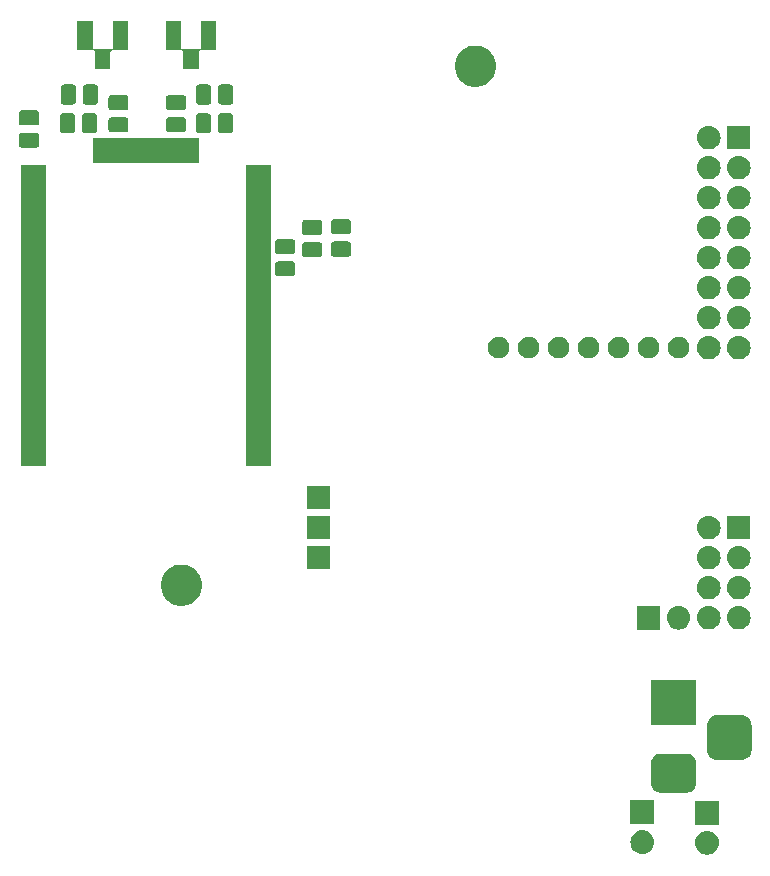
<source format=gbr>
G04 #@! TF.GenerationSoftware,KiCad,Pcbnew,5.0.2+dfsg1-1~bpo9+1*
G04 #@! TF.CreationDate,2019-07-09T17:18:54+02:00*
G04 #@! TF.ProjectId,sensoricnet_shield,73656e73-6f72-4696-936e-65745f736869,1.0*
G04 #@! TF.SameCoordinates,Original*
G04 #@! TF.FileFunction,Soldermask,Top*
G04 #@! TF.FilePolarity,Negative*
%FSLAX46Y46*%
G04 Gerber Fmt 4.6, Leading zero omitted, Abs format (unit mm)*
G04 Created by KiCad (PCBNEW 5.0.2+dfsg1-1~bpo9+1) date Tue 09 Jul 2019 05:18:54 PM CEST*
%MOMM*%
%LPD*%
G01*
G04 APERTURE LIST*
%ADD10C,0.100000*%
G04 APERTURE END LIST*
D10*
G36*
X191173550Y-123179829D02*
X191173553Y-123179830D01*
X191173554Y-123179830D01*
X191362055Y-123237011D01*
X191362057Y-123237012D01*
X191535780Y-123329869D01*
X191688048Y-123454832D01*
X191813011Y-123607100D01*
X191905868Y-123780823D01*
X191963051Y-123969330D01*
X191982358Y-124165360D01*
X191963051Y-124361390D01*
X191905868Y-124549897D01*
X191813011Y-124723620D01*
X191688048Y-124875888D01*
X191535780Y-125000851D01*
X191535778Y-125000852D01*
X191362055Y-125093709D01*
X191173554Y-125150890D01*
X191173553Y-125150890D01*
X191173550Y-125150891D01*
X191026644Y-125165360D01*
X190928396Y-125165360D01*
X190781490Y-125150891D01*
X190781487Y-125150890D01*
X190781486Y-125150890D01*
X190592985Y-125093709D01*
X190419262Y-125000852D01*
X190419260Y-125000851D01*
X190266992Y-124875888D01*
X190142029Y-124723620D01*
X190049172Y-124549897D01*
X189991989Y-124361390D01*
X189972682Y-124165360D01*
X189991989Y-123969330D01*
X190049172Y-123780823D01*
X190142029Y-123607100D01*
X190266992Y-123454832D01*
X190419260Y-123329869D01*
X190592983Y-123237012D01*
X190592985Y-123237011D01*
X190781486Y-123179830D01*
X190781487Y-123179830D01*
X190781490Y-123179829D01*
X190928396Y-123165360D01*
X191026644Y-123165360D01*
X191173550Y-123179829D01*
X191173550Y-123179829D01*
G37*
G36*
X185687150Y-123129029D02*
X185687153Y-123129030D01*
X185687154Y-123129030D01*
X185875655Y-123186211D01*
X185875657Y-123186212D01*
X186049380Y-123279069D01*
X186201648Y-123404032D01*
X186326611Y-123556300D01*
X186419468Y-123730023D01*
X186476651Y-123918530D01*
X186495958Y-124114560D01*
X186476651Y-124310590D01*
X186419468Y-124499097D01*
X186326611Y-124672820D01*
X186201648Y-124825088D01*
X186049380Y-124950051D01*
X186049378Y-124950052D01*
X185875655Y-125042909D01*
X185687154Y-125100090D01*
X185687153Y-125100090D01*
X185687150Y-125100091D01*
X185540244Y-125114560D01*
X185441996Y-125114560D01*
X185295090Y-125100091D01*
X185295087Y-125100090D01*
X185295086Y-125100090D01*
X185106585Y-125042909D01*
X184932862Y-124950052D01*
X184932860Y-124950051D01*
X184780592Y-124825088D01*
X184655629Y-124672820D01*
X184562772Y-124499097D01*
X184505589Y-124310590D01*
X184486282Y-124114560D01*
X184505589Y-123918530D01*
X184562772Y-123730023D01*
X184655629Y-123556300D01*
X184780592Y-123404032D01*
X184932860Y-123279069D01*
X185106583Y-123186212D01*
X185106585Y-123186211D01*
X185295086Y-123129030D01*
X185295087Y-123129030D01*
X185295090Y-123129029D01*
X185441996Y-123114560D01*
X185540244Y-123114560D01*
X185687150Y-123129029D01*
X185687150Y-123129029D01*
G37*
G36*
X191977520Y-122625360D02*
X189977520Y-122625360D01*
X189977520Y-120625360D01*
X191977520Y-120625360D01*
X191977520Y-122625360D01*
X191977520Y-122625360D01*
G37*
G36*
X186491120Y-122574560D02*
X184491120Y-122574560D01*
X184491120Y-120574560D01*
X186491120Y-120574560D01*
X186491120Y-122574560D01*
X186491120Y-122574560D01*
G37*
G36*
X189443255Y-116640604D02*
X189586187Y-116683962D01*
X189717908Y-116754368D01*
X189833361Y-116849119D01*
X189928112Y-116964572D01*
X189998518Y-117096293D01*
X190041876Y-117239225D01*
X190057120Y-117394000D01*
X190057120Y-119156720D01*
X190041876Y-119311495D01*
X189998518Y-119454427D01*
X189928112Y-119586148D01*
X189833361Y-119701601D01*
X189717908Y-119796352D01*
X189586187Y-119866758D01*
X189443255Y-119910116D01*
X189288480Y-119925360D01*
X187025760Y-119925360D01*
X186870985Y-119910116D01*
X186728053Y-119866758D01*
X186596332Y-119796352D01*
X186480879Y-119701601D01*
X186386128Y-119586148D01*
X186315722Y-119454427D01*
X186272364Y-119311495D01*
X186257120Y-119156720D01*
X186257120Y-117394000D01*
X186272364Y-117239225D01*
X186315722Y-117096293D01*
X186386128Y-116964572D01*
X186480879Y-116849119D01*
X186596332Y-116754368D01*
X186728053Y-116683962D01*
X186870985Y-116640604D01*
X187025760Y-116625360D01*
X189288480Y-116625360D01*
X189443255Y-116640604D01*
X189443255Y-116640604D01*
G37*
G36*
X194042641Y-113393006D02*
X194209022Y-113443477D01*
X194362355Y-113525435D01*
X194496750Y-113635730D01*
X194607045Y-113770125D01*
X194689003Y-113923458D01*
X194739474Y-114089839D01*
X194757120Y-114269000D01*
X194757120Y-116281720D01*
X194739474Y-116460881D01*
X194689003Y-116627262D01*
X194607045Y-116780595D01*
X194496750Y-116914990D01*
X194362355Y-117025285D01*
X194209022Y-117107243D01*
X194042641Y-117157714D01*
X193863480Y-117175360D01*
X191850760Y-117175360D01*
X191671599Y-117157714D01*
X191505218Y-117107243D01*
X191351885Y-117025285D01*
X191217490Y-116914990D01*
X191107195Y-116780595D01*
X191025237Y-116627262D01*
X190974766Y-116460881D01*
X190957120Y-116281720D01*
X190957120Y-114269000D01*
X190974766Y-114089839D01*
X191025237Y-113923458D01*
X191107195Y-113770125D01*
X191217490Y-113635730D01*
X191351885Y-113525435D01*
X191505218Y-113443477D01*
X191671599Y-113393006D01*
X191850760Y-113375360D01*
X193863480Y-113375360D01*
X194042641Y-113393006D01*
X194042641Y-113393006D01*
G37*
G36*
X190057120Y-114175360D02*
X186257120Y-114175360D01*
X186257120Y-110375360D01*
X190057120Y-110375360D01*
X190057120Y-114175360D01*
X190057120Y-114175360D01*
G37*
G36*
X187024520Y-106115360D02*
X185024520Y-106115360D01*
X185024520Y-104115360D01*
X187024520Y-104115360D01*
X187024520Y-106115360D01*
X187024520Y-106115360D01*
G37*
G36*
X188760550Y-104129829D02*
X188760553Y-104129830D01*
X188760554Y-104129830D01*
X188949055Y-104187011D01*
X188949057Y-104187012D01*
X189122780Y-104279869D01*
X189275048Y-104404832D01*
X189400011Y-104557100D01*
X189400012Y-104557102D01*
X189492869Y-104730825D01*
X189550050Y-104919326D01*
X189550051Y-104919330D01*
X189569358Y-105115360D01*
X189550051Y-105311390D01*
X189492868Y-105499897D01*
X189400011Y-105673620D01*
X189275048Y-105825888D01*
X189122780Y-105950851D01*
X189122778Y-105950852D01*
X188949055Y-106043709D01*
X188760554Y-106100890D01*
X188760553Y-106100890D01*
X188760550Y-106100891D01*
X188613644Y-106115360D01*
X188515396Y-106115360D01*
X188368490Y-106100891D01*
X188368487Y-106100890D01*
X188368486Y-106100890D01*
X188179985Y-106043709D01*
X188006262Y-105950852D01*
X188006260Y-105950851D01*
X187853992Y-105825888D01*
X187729029Y-105673620D01*
X187636172Y-105499897D01*
X187578989Y-105311390D01*
X187559682Y-105115360D01*
X187578989Y-104919330D01*
X187578990Y-104919326D01*
X187636171Y-104730825D01*
X187729028Y-104557102D01*
X187729029Y-104557100D01*
X187853992Y-104404832D01*
X188006260Y-104279869D01*
X188179983Y-104187012D01*
X188179985Y-104187011D01*
X188368486Y-104129830D01*
X188368487Y-104129830D01*
X188368490Y-104129829D01*
X188515396Y-104115360D01*
X188613644Y-104115360D01*
X188760550Y-104129829D01*
X188760550Y-104129829D01*
G37*
G36*
X191313250Y-104117129D02*
X191313253Y-104117130D01*
X191313254Y-104117130D01*
X191501755Y-104174311D01*
X191501757Y-104174312D01*
X191675480Y-104267169D01*
X191827748Y-104392132D01*
X191952711Y-104544400D01*
X192045568Y-104718123D01*
X192102751Y-104906630D01*
X192122058Y-105102660D01*
X192102751Y-105298690D01*
X192102750Y-105298693D01*
X192102750Y-105298694D01*
X192098898Y-105311394D01*
X192045568Y-105487197D01*
X191952711Y-105660920D01*
X191827748Y-105813188D01*
X191675480Y-105938151D01*
X191675478Y-105938152D01*
X191501755Y-106031009D01*
X191313254Y-106088190D01*
X191313253Y-106088190D01*
X191313250Y-106088191D01*
X191166344Y-106102660D01*
X191068096Y-106102660D01*
X190921190Y-106088191D01*
X190921187Y-106088190D01*
X190921186Y-106088190D01*
X190732685Y-106031009D01*
X190558962Y-105938152D01*
X190558960Y-105938151D01*
X190406692Y-105813188D01*
X190281729Y-105660920D01*
X190188872Y-105487197D01*
X190135543Y-105311394D01*
X190131690Y-105298694D01*
X190131690Y-105298693D01*
X190131689Y-105298690D01*
X190112382Y-105102660D01*
X190131689Y-104906630D01*
X190188872Y-104718123D01*
X190281729Y-104544400D01*
X190406692Y-104392132D01*
X190558960Y-104267169D01*
X190732683Y-104174312D01*
X190732685Y-104174311D01*
X190921186Y-104117130D01*
X190921187Y-104117130D01*
X190921190Y-104117129D01*
X191068096Y-104102660D01*
X191166344Y-104102660D01*
X191313250Y-104117129D01*
X191313250Y-104117129D01*
G37*
G36*
X193853250Y-104117129D02*
X193853253Y-104117130D01*
X193853254Y-104117130D01*
X194041755Y-104174311D01*
X194041757Y-104174312D01*
X194215480Y-104267169D01*
X194367748Y-104392132D01*
X194492711Y-104544400D01*
X194585568Y-104718123D01*
X194642751Y-104906630D01*
X194662058Y-105102660D01*
X194642751Y-105298690D01*
X194642750Y-105298693D01*
X194642750Y-105298694D01*
X194638898Y-105311394D01*
X194585568Y-105487197D01*
X194492711Y-105660920D01*
X194367748Y-105813188D01*
X194215480Y-105938151D01*
X194215478Y-105938152D01*
X194041755Y-106031009D01*
X193853254Y-106088190D01*
X193853253Y-106088190D01*
X193853250Y-106088191D01*
X193706344Y-106102660D01*
X193608096Y-106102660D01*
X193461190Y-106088191D01*
X193461187Y-106088190D01*
X193461186Y-106088190D01*
X193272685Y-106031009D01*
X193098962Y-105938152D01*
X193098960Y-105938151D01*
X192946692Y-105813188D01*
X192821729Y-105660920D01*
X192728872Y-105487197D01*
X192675543Y-105311394D01*
X192671690Y-105298694D01*
X192671690Y-105298693D01*
X192671689Y-105298690D01*
X192652382Y-105102660D01*
X192671689Y-104906630D01*
X192728872Y-104718123D01*
X192821729Y-104544400D01*
X192946692Y-104392132D01*
X193098960Y-104267169D01*
X193272683Y-104174312D01*
X193272685Y-104174311D01*
X193461186Y-104117130D01*
X193461187Y-104117130D01*
X193461190Y-104117129D01*
X193608096Y-104102660D01*
X193706344Y-104102660D01*
X193853250Y-104117129D01*
X193853250Y-104117129D01*
G37*
G36*
X146987176Y-100689411D02*
X147305656Y-100821330D01*
X147592280Y-101012846D01*
X147836034Y-101256600D01*
X148027550Y-101543224D01*
X148159469Y-101861704D01*
X148226720Y-102199800D01*
X148226720Y-102544520D01*
X148159469Y-102882616D01*
X148027550Y-103201096D01*
X147836034Y-103487720D01*
X147592280Y-103731474D01*
X147305656Y-103922990D01*
X146987176Y-104054909D01*
X146649080Y-104122160D01*
X146304360Y-104122160D01*
X145966264Y-104054909D01*
X145647784Y-103922990D01*
X145361160Y-103731474D01*
X145117406Y-103487720D01*
X144925890Y-103201096D01*
X144793971Y-102882616D01*
X144726720Y-102544520D01*
X144726720Y-102199800D01*
X144793971Y-101861704D01*
X144925890Y-101543224D01*
X145117406Y-101256600D01*
X145361160Y-101012846D01*
X145647784Y-100821330D01*
X145966264Y-100689411D01*
X146304360Y-100622160D01*
X146649080Y-100622160D01*
X146987176Y-100689411D01*
X146987176Y-100689411D01*
G37*
G36*
X191313250Y-101577129D02*
X191313253Y-101577130D01*
X191313254Y-101577130D01*
X191501755Y-101634311D01*
X191501757Y-101634312D01*
X191675480Y-101727169D01*
X191827748Y-101852132D01*
X191952711Y-102004400D01*
X192045568Y-102178123D01*
X192102751Y-102366630D01*
X192122058Y-102562660D01*
X192102751Y-102758690D01*
X192102750Y-102758693D01*
X192102750Y-102758694D01*
X192065159Y-102882616D01*
X192045568Y-102947197D01*
X191952711Y-103120920D01*
X191827748Y-103273188D01*
X191675480Y-103398151D01*
X191675478Y-103398152D01*
X191501755Y-103491009D01*
X191313254Y-103548190D01*
X191313253Y-103548190D01*
X191313250Y-103548191D01*
X191166344Y-103562660D01*
X191068096Y-103562660D01*
X190921190Y-103548191D01*
X190921187Y-103548190D01*
X190921186Y-103548190D01*
X190732685Y-103491009D01*
X190558962Y-103398152D01*
X190558960Y-103398151D01*
X190406692Y-103273188D01*
X190281729Y-103120920D01*
X190188872Y-102947197D01*
X190169282Y-102882616D01*
X190131690Y-102758694D01*
X190131690Y-102758693D01*
X190131689Y-102758690D01*
X190112382Y-102562660D01*
X190131689Y-102366630D01*
X190188872Y-102178123D01*
X190281729Y-102004400D01*
X190406692Y-101852132D01*
X190558960Y-101727169D01*
X190732683Y-101634312D01*
X190732685Y-101634311D01*
X190921186Y-101577130D01*
X190921187Y-101577130D01*
X190921190Y-101577129D01*
X191068096Y-101562660D01*
X191166344Y-101562660D01*
X191313250Y-101577129D01*
X191313250Y-101577129D01*
G37*
G36*
X193853250Y-101577129D02*
X193853253Y-101577130D01*
X193853254Y-101577130D01*
X194041755Y-101634311D01*
X194041757Y-101634312D01*
X194215480Y-101727169D01*
X194367748Y-101852132D01*
X194492711Y-102004400D01*
X194585568Y-102178123D01*
X194642751Y-102366630D01*
X194662058Y-102562660D01*
X194642751Y-102758690D01*
X194642750Y-102758693D01*
X194642750Y-102758694D01*
X194605159Y-102882616D01*
X194585568Y-102947197D01*
X194492711Y-103120920D01*
X194367748Y-103273188D01*
X194215480Y-103398151D01*
X194215478Y-103398152D01*
X194041755Y-103491009D01*
X193853254Y-103548190D01*
X193853253Y-103548190D01*
X193853250Y-103548191D01*
X193706344Y-103562660D01*
X193608096Y-103562660D01*
X193461190Y-103548191D01*
X193461187Y-103548190D01*
X193461186Y-103548190D01*
X193272685Y-103491009D01*
X193098962Y-103398152D01*
X193098960Y-103398151D01*
X192946692Y-103273188D01*
X192821729Y-103120920D01*
X192728872Y-102947197D01*
X192709282Y-102882616D01*
X192671690Y-102758694D01*
X192671690Y-102758693D01*
X192671689Y-102758690D01*
X192652382Y-102562660D01*
X192671689Y-102366630D01*
X192728872Y-102178123D01*
X192821729Y-102004400D01*
X192946692Y-101852132D01*
X193098960Y-101727169D01*
X193272683Y-101634312D01*
X193272685Y-101634311D01*
X193461186Y-101577130D01*
X193461187Y-101577130D01*
X193461190Y-101577129D01*
X193608096Y-101562660D01*
X193706344Y-101562660D01*
X193853250Y-101577129D01*
X193853250Y-101577129D01*
G37*
G36*
X193853250Y-99037129D02*
X193853253Y-99037130D01*
X193853254Y-99037130D01*
X194041755Y-99094311D01*
X194041757Y-99094312D01*
X194215480Y-99187169D01*
X194367748Y-99312132D01*
X194492711Y-99464400D01*
X194585568Y-99638123D01*
X194642751Y-99826630D01*
X194662058Y-100022660D01*
X194642751Y-100218690D01*
X194585568Y-100407197D01*
X194492711Y-100580920D01*
X194367748Y-100733188D01*
X194215480Y-100858151D01*
X194215478Y-100858152D01*
X194041755Y-100951009D01*
X193853254Y-101008190D01*
X193853253Y-101008190D01*
X193853250Y-101008191D01*
X193706344Y-101022660D01*
X193608096Y-101022660D01*
X193461190Y-101008191D01*
X193461187Y-101008190D01*
X193461186Y-101008190D01*
X193272685Y-100951009D01*
X193098962Y-100858152D01*
X193098960Y-100858151D01*
X192946692Y-100733188D01*
X192821729Y-100580920D01*
X192728872Y-100407197D01*
X192671689Y-100218690D01*
X192652382Y-100022660D01*
X192671689Y-99826630D01*
X192728872Y-99638123D01*
X192821729Y-99464400D01*
X192946692Y-99312132D01*
X193098960Y-99187169D01*
X193272683Y-99094312D01*
X193272685Y-99094311D01*
X193461186Y-99037130D01*
X193461187Y-99037130D01*
X193461190Y-99037129D01*
X193608096Y-99022660D01*
X193706344Y-99022660D01*
X193853250Y-99037129D01*
X193853250Y-99037129D01*
G37*
G36*
X191313250Y-99037129D02*
X191313253Y-99037130D01*
X191313254Y-99037130D01*
X191501755Y-99094311D01*
X191501757Y-99094312D01*
X191675480Y-99187169D01*
X191827748Y-99312132D01*
X191952711Y-99464400D01*
X192045568Y-99638123D01*
X192102751Y-99826630D01*
X192122058Y-100022660D01*
X192102751Y-100218690D01*
X192045568Y-100407197D01*
X191952711Y-100580920D01*
X191827748Y-100733188D01*
X191675480Y-100858151D01*
X191675478Y-100858152D01*
X191501755Y-100951009D01*
X191313254Y-101008190D01*
X191313253Y-101008190D01*
X191313250Y-101008191D01*
X191166344Y-101022660D01*
X191068096Y-101022660D01*
X190921190Y-101008191D01*
X190921187Y-101008190D01*
X190921186Y-101008190D01*
X190732685Y-100951009D01*
X190558962Y-100858152D01*
X190558960Y-100858151D01*
X190406692Y-100733188D01*
X190281729Y-100580920D01*
X190188872Y-100407197D01*
X190131689Y-100218690D01*
X190112382Y-100022660D01*
X190131689Y-99826630D01*
X190188872Y-99638123D01*
X190281729Y-99464400D01*
X190406692Y-99312132D01*
X190558960Y-99187169D01*
X190732683Y-99094312D01*
X190732685Y-99094311D01*
X190921186Y-99037130D01*
X190921187Y-99037130D01*
X190921190Y-99037129D01*
X191068096Y-99022660D01*
X191166344Y-99022660D01*
X191313250Y-99037129D01*
X191313250Y-99037129D01*
G37*
G36*
X159084520Y-101009960D02*
X157084520Y-101009960D01*
X157084520Y-99009960D01*
X159084520Y-99009960D01*
X159084520Y-101009960D01*
X159084520Y-101009960D01*
G37*
G36*
X194657220Y-98482660D02*
X192657220Y-98482660D01*
X192657220Y-96482660D01*
X194657220Y-96482660D01*
X194657220Y-98482660D01*
X194657220Y-98482660D01*
G37*
G36*
X191313250Y-96497129D02*
X191313253Y-96497130D01*
X191313254Y-96497130D01*
X191501755Y-96554311D01*
X191501757Y-96554312D01*
X191675480Y-96647169D01*
X191827748Y-96772132D01*
X191952711Y-96924400D01*
X192045568Y-97098123D01*
X192102751Y-97286630D01*
X192122058Y-97482660D01*
X192102751Y-97678690D01*
X192045568Y-97867197D01*
X191952711Y-98040920D01*
X191827748Y-98193188D01*
X191675480Y-98318151D01*
X191675478Y-98318152D01*
X191501755Y-98411009D01*
X191313254Y-98468190D01*
X191313253Y-98468190D01*
X191313250Y-98468191D01*
X191166344Y-98482660D01*
X191068096Y-98482660D01*
X190921190Y-98468191D01*
X190921187Y-98468190D01*
X190921186Y-98468190D01*
X190732685Y-98411009D01*
X190558962Y-98318152D01*
X190558960Y-98318151D01*
X190406692Y-98193188D01*
X190281729Y-98040920D01*
X190188872Y-97867197D01*
X190131689Y-97678690D01*
X190112382Y-97482660D01*
X190131689Y-97286630D01*
X190188872Y-97098123D01*
X190281729Y-96924400D01*
X190406692Y-96772132D01*
X190558960Y-96647169D01*
X190732683Y-96554312D01*
X190732685Y-96554311D01*
X190921186Y-96497130D01*
X190921187Y-96497130D01*
X190921190Y-96497129D01*
X191068096Y-96482660D01*
X191166344Y-96482660D01*
X191313250Y-96497129D01*
X191313250Y-96497129D01*
G37*
G36*
X159084520Y-98469960D02*
X157084520Y-98469960D01*
X157084520Y-96469960D01*
X159084520Y-96469960D01*
X159084520Y-98469960D01*
X159084520Y-98469960D01*
G37*
G36*
X159097220Y-95942660D02*
X157097220Y-95942660D01*
X157097220Y-93942660D01*
X159097220Y-93942660D01*
X159097220Y-95942660D01*
X159097220Y-95942660D01*
G37*
G36*
X135004520Y-92252560D02*
X132904520Y-92252560D01*
X132904520Y-66822560D01*
X135004520Y-66822560D01*
X135004520Y-92252560D01*
X135004520Y-92252560D01*
G37*
G36*
X154054520Y-92252560D02*
X151954520Y-92252560D01*
X151954520Y-66822560D01*
X154054520Y-66822560D01*
X154054520Y-92252560D01*
X154054520Y-92252560D01*
G37*
G36*
X193853250Y-81257129D02*
X193853253Y-81257130D01*
X193853254Y-81257130D01*
X194041755Y-81314311D01*
X194041757Y-81314312D01*
X194215480Y-81407169D01*
X194367748Y-81532132D01*
X194492711Y-81684400D01*
X194492712Y-81684402D01*
X194585569Y-81858125D01*
X194642750Y-82046626D01*
X194642751Y-82046630D01*
X194662058Y-82242660D01*
X194642751Y-82438690D01*
X194642750Y-82438693D01*
X194642750Y-82438694D01*
X194621520Y-82508681D01*
X194585568Y-82627197D01*
X194492711Y-82800920D01*
X194367748Y-82953188D01*
X194215480Y-83078151D01*
X194215478Y-83078152D01*
X194041755Y-83171009D01*
X193853254Y-83228190D01*
X193853253Y-83228190D01*
X193853250Y-83228191D01*
X193706344Y-83242660D01*
X193608096Y-83242660D01*
X193461190Y-83228191D01*
X193461187Y-83228190D01*
X193461186Y-83228190D01*
X193272685Y-83171009D01*
X193098962Y-83078152D01*
X193098960Y-83078151D01*
X192946692Y-82953188D01*
X192821729Y-82800920D01*
X192728872Y-82627197D01*
X192692921Y-82508681D01*
X192671690Y-82438694D01*
X192671690Y-82438693D01*
X192671689Y-82438690D01*
X192652382Y-82242660D01*
X192671689Y-82046630D01*
X192671690Y-82046626D01*
X192728871Y-81858125D01*
X192821728Y-81684402D01*
X192821729Y-81684400D01*
X192946692Y-81532132D01*
X193098960Y-81407169D01*
X193272683Y-81314312D01*
X193272685Y-81314311D01*
X193461186Y-81257130D01*
X193461187Y-81257130D01*
X193461190Y-81257129D01*
X193608096Y-81242660D01*
X193706344Y-81242660D01*
X193853250Y-81257129D01*
X193853250Y-81257129D01*
G37*
G36*
X191313250Y-81257129D02*
X191313253Y-81257130D01*
X191313254Y-81257130D01*
X191501755Y-81314311D01*
X191501757Y-81314312D01*
X191675480Y-81407169D01*
X191827748Y-81532132D01*
X191952711Y-81684400D01*
X191952712Y-81684402D01*
X192045569Y-81858125D01*
X192102750Y-82046626D01*
X192102751Y-82046630D01*
X192122058Y-82242660D01*
X192102751Y-82438690D01*
X192102750Y-82438693D01*
X192102750Y-82438694D01*
X192081520Y-82508681D01*
X192045568Y-82627197D01*
X191952711Y-82800920D01*
X191827748Y-82953188D01*
X191675480Y-83078151D01*
X191675478Y-83078152D01*
X191501755Y-83171009D01*
X191313254Y-83228190D01*
X191313253Y-83228190D01*
X191313250Y-83228191D01*
X191166344Y-83242660D01*
X191068096Y-83242660D01*
X190921190Y-83228191D01*
X190921187Y-83228190D01*
X190921186Y-83228190D01*
X190732685Y-83171009D01*
X190558962Y-83078152D01*
X190558960Y-83078151D01*
X190406692Y-82953188D01*
X190281729Y-82800920D01*
X190188872Y-82627197D01*
X190152921Y-82508681D01*
X190131690Y-82438694D01*
X190131690Y-82438693D01*
X190131689Y-82438690D01*
X190112382Y-82242660D01*
X190131689Y-82046630D01*
X190131690Y-82046626D01*
X190188871Y-81858125D01*
X190281728Y-81684402D01*
X190281729Y-81684400D01*
X190406692Y-81532132D01*
X190558960Y-81407169D01*
X190732683Y-81314312D01*
X190732685Y-81314311D01*
X190921186Y-81257130D01*
X190921187Y-81257130D01*
X190921190Y-81257129D01*
X191068096Y-81242660D01*
X191166344Y-81242660D01*
X191313250Y-81257129D01*
X191313250Y-81257129D01*
G37*
G36*
X188843241Y-81365707D02*
X189009213Y-81434455D01*
X189158589Y-81534265D01*
X189285615Y-81661291D01*
X189385425Y-81810667D01*
X189454173Y-81976639D01*
X189489220Y-82152834D01*
X189489220Y-82332486D01*
X189454173Y-82508681D01*
X189385425Y-82674653D01*
X189285615Y-82824029D01*
X189158589Y-82951055D01*
X189009213Y-83050865D01*
X188843241Y-83119613D01*
X188667046Y-83154660D01*
X188487394Y-83154660D01*
X188311199Y-83119613D01*
X188145227Y-83050865D01*
X187995851Y-82951055D01*
X187868825Y-82824029D01*
X187769015Y-82674653D01*
X187700267Y-82508681D01*
X187665220Y-82332486D01*
X187665220Y-82152834D01*
X187700267Y-81976639D01*
X187769015Y-81810667D01*
X187868825Y-81661291D01*
X187995851Y-81534265D01*
X188145227Y-81434455D01*
X188311199Y-81365707D01*
X188487394Y-81330660D01*
X188667046Y-81330660D01*
X188843241Y-81365707D01*
X188843241Y-81365707D01*
G37*
G36*
X173603241Y-81365707D02*
X173769213Y-81434455D01*
X173918589Y-81534265D01*
X174045615Y-81661291D01*
X174145425Y-81810667D01*
X174214173Y-81976639D01*
X174249220Y-82152834D01*
X174249220Y-82332486D01*
X174214173Y-82508681D01*
X174145425Y-82674653D01*
X174045615Y-82824029D01*
X173918589Y-82951055D01*
X173769213Y-83050865D01*
X173603241Y-83119613D01*
X173427046Y-83154660D01*
X173247394Y-83154660D01*
X173071199Y-83119613D01*
X172905227Y-83050865D01*
X172755851Y-82951055D01*
X172628825Y-82824029D01*
X172529015Y-82674653D01*
X172460267Y-82508681D01*
X172425220Y-82332486D01*
X172425220Y-82152834D01*
X172460267Y-81976639D01*
X172529015Y-81810667D01*
X172628825Y-81661291D01*
X172755851Y-81534265D01*
X172905227Y-81434455D01*
X173071199Y-81365707D01*
X173247394Y-81330660D01*
X173427046Y-81330660D01*
X173603241Y-81365707D01*
X173603241Y-81365707D01*
G37*
G36*
X176143241Y-81365707D02*
X176309213Y-81434455D01*
X176458589Y-81534265D01*
X176585615Y-81661291D01*
X176685425Y-81810667D01*
X176754173Y-81976639D01*
X176789220Y-82152834D01*
X176789220Y-82332486D01*
X176754173Y-82508681D01*
X176685425Y-82674653D01*
X176585615Y-82824029D01*
X176458589Y-82951055D01*
X176309213Y-83050865D01*
X176143241Y-83119613D01*
X175967046Y-83154660D01*
X175787394Y-83154660D01*
X175611199Y-83119613D01*
X175445227Y-83050865D01*
X175295851Y-82951055D01*
X175168825Y-82824029D01*
X175069015Y-82674653D01*
X175000267Y-82508681D01*
X174965220Y-82332486D01*
X174965220Y-82152834D01*
X175000267Y-81976639D01*
X175069015Y-81810667D01*
X175168825Y-81661291D01*
X175295851Y-81534265D01*
X175445227Y-81434455D01*
X175611199Y-81365707D01*
X175787394Y-81330660D01*
X175967046Y-81330660D01*
X176143241Y-81365707D01*
X176143241Y-81365707D01*
G37*
G36*
X178683241Y-81365707D02*
X178849213Y-81434455D01*
X178998589Y-81534265D01*
X179125615Y-81661291D01*
X179225425Y-81810667D01*
X179294173Y-81976639D01*
X179329220Y-82152834D01*
X179329220Y-82332486D01*
X179294173Y-82508681D01*
X179225425Y-82674653D01*
X179125615Y-82824029D01*
X178998589Y-82951055D01*
X178849213Y-83050865D01*
X178683241Y-83119613D01*
X178507046Y-83154660D01*
X178327394Y-83154660D01*
X178151199Y-83119613D01*
X177985227Y-83050865D01*
X177835851Y-82951055D01*
X177708825Y-82824029D01*
X177609015Y-82674653D01*
X177540267Y-82508681D01*
X177505220Y-82332486D01*
X177505220Y-82152834D01*
X177540267Y-81976639D01*
X177609015Y-81810667D01*
X177708825Y-81661291D01*
X177835851Y-81534265D01*
X177985227Y-81434455D01*
X178151199Y-81365707D01*
X178327394Y-81330660D01*
X178507046Y-81330660D01*
X178683241Y-81365707D01*
X178683241Y-81365707D01*
G37*
G36*
X181223241Y-81365707D02*
X181389213Y-81434455D01*
X181538589Y-81534265D01*
X181665615Y-81661291D01*
X181765425Y-81810667D01*
X181834173Y-81976639D01*
X181869220Y-82152834D01*
X181869220Y-82332486D01*
X181834173Y-82508681D01*
X181765425Y-82674653D01*
X181665615Y-82824029D01*
X181538589Y-82951055D01*
X181389213Y-83050865D01*
X181223241Y-83119613D01*
X181047046Y-83154660D01*
X180867394Y-83154660D01*
X180691199Y-83119613D01*
X180525227Y-83050865D01*
X180375851Y-82951055D01*
X180248825Y-82824029D01*
X180149015Y-82674653D01*
X180080267Y-82508681D01*
X180045220Y-82332486D01*
X180045220Y-82152834D01*
X180080267Y-81976639D01*
X180149015Y-81810667D01*
X180248825Y-81661291D01*
X180375851Y-81534265D01*
X180525227Y-81434455D01*
X180691199Y-81365707D01*
X180867394Y-81330660D01*
X181047046Y-81330660D01*
X181223241Y-81365707D01*
X181223241Y-81365707D01*
G37*
G36*
X183763241Y-81365707D02*
X183929213Y-81434455D01*
X184078589Y-81534265D01*
X184205615Y-81661291D01*
X184305425Y-81810667D01*
X184374173Y-81976639D01*
X184409220Y-82152834D01*
X184409220Y-82332486D01*
X184374173Y-82508681D01*
X184305425Y-82674653D01*
X184205615Y-82824029D01*
X184078589Y-82951055D01*
X183929213Y-83050865D01*
X183763241Y-83119613D01*
X183587046Y-83154660D01*
X183407394Y-83154660D01*
X183231199Y-83119613D01*
X183065227Y-83050865D01*
X182915851Y-82951055D01*
X182788825Y-82824029D01*
X182689015Y-82674653D01*
X182620267Y-82508681D01*
X182585220Y-82332486D01*
X182585220Y-82152834D01*
X182620267Y-81976639D01*
X182689015Y-81810667D01*
X182788825Y-81661291D01*
X182915851Y-81534265D01*
X183065227Y-81434455D01*
X183231199Y-81365707D01*
X183407394Y-81330660D01*
X183587046Y-81330660D01*
X183763241Y-81365707D01*
X183763241Y-81365707D01*
G37*
G36*
X186303241Y-81365707D02*
X186469213Y-81434455D01*
X186618589Y-81534265D01*
X186745615Y-81661291D01*
X186845425Y-81810667D01*
X186914173Y-81976639D01*
X186949220Y-82152834D01*
X186949220Y-82332486D01*
X186914173Y-82508681D01*
X186845425Y-82674653D01*
X186745615Y-82824029D01*
X186618589Y-82951055D01*
X186469213Y-83050865D01*
X186303241Y-83119613D01*
X186127046Y-83154660D01*
X185947394Y-83154660D01*
X185771199Y-83119613D01*
X185605227Y-83050865D01*
X185455851Y-82951055D01*
X185328825Y-82824029D01*
X185229015Y-82674653D01*
X185160267Y-82508681D01*
X185125220Y-82332486D01*
X185125220Y-82152834D01*
X185160267Y-81976639D01*
X185229015Y-81810667D01*
X185328825Y-81661291D01*
X185455851Y-81534265D01*
X185605227Y-81434455D01*
X185771199Y-81365707D01*
X185947394Y-81330660D01*
X186127046Y-81330660D01*
X186303241Y-81365707D01*
X186303241Y-81365707D01*
G37*
G36*
X191313250Y-78717129D02*
X191313253Y-78717130D01*
X191313254Y-78717130D01*
X191501755Y-78774311D01*
X191501757Y-78774312D01*
X191675480Y-78867169D01*
X191827748Y-78992132D01*
X191952711Y-79144400D01*
X192045568Y-79318123D01*
X192102751Y-79506630D01*
X192122058Y-79702660D01*
X192102751Y-79898690D01*
X192045568Y-80087197D01*
X191952711Y-80260920D01*
X191827748Y-80413188D01*
X191675480Y-80538151D01*
X191675478Y-80538152D01*
X191501755Y-80631009D01*
X191313254Y-80688190D01*
X191313253Y-80688190D01*
X191313250Y-80688191D01*
X191166344Y-80702660D01*
X191068096Y-80702660D01*
X190921190Y-80688191D01*
X190921187Y-80688190D01*
X190921186Y-80688190D01*
X190732685Y-80631009D01*
X190558962Y-80538152D01*
X190558960Y-80538151D01*
X190406692Y-80413188D01*
X190281729Y-80260920D01*
X190188872Y-80087197D01*
X190131689Y-79898690D01*
X190112382Y-79702660D01*
X190131689Y-79506630D01*
X190188872Y-79318123D01*
X190281729Y-79144400D01*
X190406692Y-78992132D01*
X190558960Y-78867169D01*
X190732683Y-78774312D01*
X190732685Y-78774311D01*
X190921186Y-78717130D01*
X190921187Y-78717130D01*
X190921190Y-78717129D01*
X191068096Y-78702660D01*
X191166344Y-78702660D01*
X191313250Y-78717129D01*
X191313250Y-78717129D01*
G37*
G36*
X193853250Y-78717129D02*
X193853253Y-78717130D01*
X193853254Y-78717130D01*
X194041755Y-78774311D01*
X194041757Y-78774312D01*
X194215480Y-78867169D01*
X194367748Y-78992132D01*
X194492711Y-79144400D01*
X194585568Y-79318123D01*
X194642751Y-79506630D01*
X194662058Y-79702660D01*
X194642751Y-79898690D01*
X194585568Y-80087197D01*
X194492711Y-80260920D01*
X194367748Y-80413188D01*
X194215480Y-80538151D01*
X194215478Y-80538152D01*
X194041755Y-80631009D01*
X193853254Y-80688190D01*
X193853253Y-80688190D01*
X193853250Y-80688191D01*
X193706344Y-80702660D01*
X193608096Y-80702660D01*
X193461190Y-80688191D01*
X193461187Y-80688190D01*
X193461186Y-80688190D01*
X193272685Y-80631009D01*
X193098962Y-80538152D01*
X193098960Y-80538151D01*
X192946692Y-80413188D01*
X192821729Y-80260920D01*
X192728872Y-80087197D01*
X192671689Y-79898690D01*
X192652382Y-79702660D01*
X192671689Y-79506630D01*
X192728872Y-79318123D01*
X192821729Y-79144400D01*
X192946692Y-78992132D01*
X193098960Y-78867169D01*
X193272683Y-78774312D01*
X193272685Y-78774311D01*
X193461186Y-78717130D01*
X193461187Y-78717130D01*
X193461190Y-78717129D01*
X193608096Y-78702660D01*
X193706344Y-78702660D01*
X193853250Y-78717129D01*
X193853250Y-78717129D01*
G37*
G36*
X191313250Y-76177129D02*
X191313253Y-76177130D01*
X191313254Y-76177130D01*
X191501755Y-76234311D01*
X191501757Y-76234312D01*
X191675480Y-76327169D01*
X191827748Y-76452132D01*
X191952711Y-76604400D01*
X192045568Y-76778123D01*
X192102751Y-76966630D01*
X192122058Y-77162660D01*
X192102751Y-77358690D01*
X192045568Y-77547197D01*
X191952711Y-77720920D01*
X191827748Y-77873188D01*
X191675480Y-77998151D01*
X191675478Y-77998152D01*
X191501755Y-78091009D01*
X191313254Y-78148190D01*
X191313253Y-78148190D01*
X191313250Y-78148191D01*
X191166344Y-78162660D01*
X191068096Y-78162660D01*
X190921190Y-78148191D01*
X190921187Y-78148190D01*
X190921186Y-78148190D01*
X190732685Y-78091009D01*
X190558962Y-77998152D01*
X190558960Y-77998151D01*
X190406692Y-77873188D01*
X190281729Y-77720920D01*
X190188872Y-77547197D01*
X190131689Y-77358690D01*
X190112382Y-77162660D01*
X190131689Y-76966630D01*
X190188872Y-76778123D01*
X190281729Y-76604400D01*
X190406692Y-76452132D01*
X190558960Y-76327169D01*
X190732683Y-76234312D01*
X190732685Y-76234311D01*
X190921186Y-76177130D01*
X190921187Y-76177130D01*
X190921190Y-76177129D01*
X191068096Y-76162660D01*
X191166344Y-76162660D01*
X191313250Y-76177129D01*
X191313250Y-76177129D01*
G37*
G36*
X193853250Y-76177129D02*
X193853253Y-76177130D01*
X193853254Y-76177130D01*
X194041755Y-76234311D01*
X194041757Y-76234312D01*
X194215480Y-76327169D01*
X194367748Y-76452132D01*
X194492711Y-76604400D01*
X194585568Y-76778123D01*
X194642751Y-76966630D01*
X194662058Y-77162660D01*
X194642751Y-77358690D01*
X194585568Y-77547197D01*
X194492711Y-77720920D01*
X194367748Y-77873188D01*
X194215480Y-77998151D01*
X194215478Y-77998152D01*
X194041755Y-78091009D01*
X193853254Y-78148190D01*
X193853253Y-78148190D01*
X193853250Y-78148191D01*
X193706344Y-78162660D01*
X193608096Y-78162660D01*
X193461190Y-78148191D01*
X193461187Y-78148190D01*
X193461186Y-78148190D01*
X193272685Y-78091009D01*
X193098962Y-77998152D01*
X193098960Y-77998151D01*
X192946692Y-77873188D01*
X192821729Y-77720920D01*
X192728872Y-77547197D01*
X192671689Y-77358690D01*
X192652382Y-77162660D01*
X192671689Y-76966630D01*
X192728872Y-76778123D01*
X192821729Y-76604400D01*
X192946692Y-76452132D01*
X193098960Y-76327169D01*
X193272683Y-76234312D01*
X193272685Y-76234311D01*
X193461186Y-76177130D01*
X193461187Y-76177130D01*
X193461190Y-76177129D01*
X193608096Y-76162660D01*
X193706344Y-76162660D01*
X193853250Y-76177129D01*
X193853250Y-76177129D01*
G37*
G36*
X155908742Y-74940877D02*
X155956705Y-74955426D01*
X156000895Y-74979046D01*
X156039638Y-75010842D01*
X156071434Y-75049585D01*
X156095054Y-75093775D01*
X156109603Y-75141738D01*
X156115120Y-75197751D01*
X156115120Y-75947969D01*
X156109603Y-76003982D01*
X156095054Y-76051945D01*
X156071434Y-76096135D01*
X156039638Y-76134878D01*
X156000895Y-76166674D01*
X155956705Y-76190294D01*
X155908742Y-76204843D01*
X155852729Y-76210360D01*
X154677511Y-76210360D01*
X154621498Y-76204843D01*
X154573535Y-76190294D01*
X154529345Y-76166674D01*
X154490602Y-76134878D01*
X154458806Y-76096135D01*
X154435186Y-76051945D01*
X154420637Y-76003982D01*
X154415120Y-75947969D01*
X154415120Y-75197751D01*
X154420637Y-75141738D01*
X154435186Y-75093775D01*
X154458806Y-75049585D01*
X154490602Y-75010842D01*
X154529345Y-74979046D01*
X154573535Y-74955426D01*
X154621498Y-74940877D01*
X154677511Y-74935360D01*
X155852729Y-74935360D01*
X155908742Y-74940877D01*
X155908742Y-74940877D01*
G37*
G36*
X191313250Y-73637129D02*
X191313253Y-73637130D01*
X191313254Y-73637130D01*
X191501755Y-73694311D01*
X191501757Y-73694312D01*
X191675480Y-73787169D01*
X191827748Y-73912132D01*
X191952711Y-74064400D01*
X191952712Y-74064402D01*
X192045569Y-74238125D01*
X192102665Y-74426345D01*
X192102751Y-74426630D01*
X192122058Y-74622660D01*
X192102751Y-74818690D01*
X192102750Y-74818693D01*
X192102750Y-74818694D01*
X192060000Y-74959623D01*
X192045568Y-75007197D01*
X191952711Y-75180920D01*
X191827748Y-75333188D01*
X191675480Y-75458151D01*
X191675478Y-75458152D01*
X191501755Y-75551009D01*
X191313254Y-75608190D01*
X191313253Y-75608190D01*
X191313250Y-75608191D01*
X191166344Y-75622660D01*
X191068096Y-75622660D01*
X190921190Y-75608191D01*
X190921187Y-75608190D01*
X190921186Y-75608190D01*
X190732685Y-75551009D01*
X190558962Y-75458152D01*
X190558960Y-75458151D01*
X190406692Y-75333188D01*
X190281729Y-75180920D01*
X190188872Y-75007197D01*
X190174441Y-74959623D01*
X190131690Y-74818694D01*
X190131690Y-74818693D01*
X190131689Y-74818690D01*
X190112382Y-74622660D01*
X190131689Y-74426630D01*
X190131775Y-74426345D01*
X190188871Y-74238125D01*
X190281728Y-74064402D01*
X190281729Y-74064400D01*
X190406692Y-73912132D01*
X190558960Y-73787169D01*
X190732683Y-73694312D01*
X190732685Y-73694311D01*
X190921186Y-73637130D01*
X190921187Y-73637130D01*
X190921190Y-73637129D01*
X191068096Y-73622660D01*
X191166344Y-73622660D01*
X191313250Y-73637129D01*
X191313250Y-73637129D01*
G37*
G36*
X193853250Y-73637129D02*
X193853253Y-73637130D01*
X193853254Y-73637130D01*
X194041755Y-73694311D01*
X194041757Y-73694312D01*
X194215480Y-73787169D01*
X194367748Y-73912132D01*
X194492711Y-74064400D01*
X194492712Y-74064402D01*
X194585569Y-74238125D01*
X194642665Y-74426345D01*
X194642751Y-74426630D01*
X194662058Y-74622660D01*
X194642751Y-74818690D01*
X194642750Y-74818693D01*
X194642750Y-74818694D01*
X194600000Y-74959623D01*
X194585568Y-75007197D01*
X194492711Y-75180920D01*
X194367748Y-75333188D01*
X194215480Y-75458151D01*
X194215478Y-75458152D01*
X194041755Y-75551009D01*
X193853254Y-75608190D01*
X193853253Y-75608190D01*
X193853250Y-75608191D01*
X193706344Y-75622660D01*
X193608096Y-75622660D01*
X193461190Y-75608191D01*
X193461187Y-75608190D01*
X193461186Y-75608190D01*
X193272685Y-75551009D01*
X193098962Y-75458152D01*
X193098960Y-75458151D01*
X192946692Y-75333188D01*
X192821729Y-75180920D01*
X192728872Y-75007197D01*
X192714441Y-74959623D01*
X192671690Y-74818694D01*
X192671690Y-74818693D01*
X192671689Y-74818690D01*
X192652382Y-74622660D01*
X192671689Y-74426630D01*
X192671775Y-74426345D01*
X192728871Y-74238125D01*
X192821728Y-74064402D01*
X192821729Y-74064400D01*
X192946692Y-73912132D01*
X193098960Y-73787169D01*
X193272683Y-73694312D01*
X193272685Y-73694311D01*
X193461186Y-73637130D01*
X193461187Y-73637130D01*
X193461190Y-73637129D01*
X193608096Y-73622660D01*
X193706344Y-73622660D01*
X193853250Y-73637129D01*
X193853250Y-73637129D01*
G37*
G36*
X158194742Y-73315277D02*
X158242705Y-73329826D01*
X158286895Y-73353446D01*
X158325638Y-73385242D01*
X158357434Y-73423985D01*
X158381054Y-73468175D01*
X158395603Y-73516138D01*
X158401120Y-73572151D01*
X158401120Y-74322369D01*
X158395603Y-74378382D01*
X158381054Y-74426345D01*
X158357434Y-74470535D01*
X158325638Y-74509278D01*
X158286895Y-74541074D01*
X158242705Y-74564694D01*
X158194742Y-74579243D01*
X158138729Y-74584760D01*
X156963511Y-74584760D01*
X156907498Y-74579243D01*
X156859535Y-74564694D01*
X156815345Y-74541074D01*
X156776602Y-74509278D01*
X156744806Y-74470535D01*
X156721186Y-74426345D01*
X156706637Y-74378382D01*
X156701120Y-74322369D01*
X156701120Y-73572151D01*
X156706637Y-73516138D01*
X156721186Y-73468175D01*
X156744806Y-73423985D01*
X156776602Y-73385242D01*
X156815345Y-73353446D01*
X156859535Y-73329826D01*
X156907498Y-73315277D01*
X156963511Y-73309760D01*
X158138729Y-73309760D01*
X158194742Y-73315277D01*
X158194742Y-73315277D01*
G37*
G36*
X160633142Y-73264477D02*
X160681105Y-73279026D01*
X160725295Y-73302646D01*
X160764038Y-73334442D01*
X160795834Y-73373185D01*
X160819454Y-73417375D01*
X160834003Y-73465338D01*
X160839520Y-73521351D01*
X160839520Y-74271569D01*
X160834003Y-74327582D01*
X160819454Y-74375545D01*
X160795834Y-74419735D01*
X160764038Y-74458478D01*
X160725295Y-74490274D01*
X160681105Y-74513894D01*
X160633142Y-74528443D01*
X160577129Y-74533960D01*
X159401911Y-74533960D01*
X159345898Y-74528443D01*
X159297935Y-74513894D01*
X159253745Y-74490274D01*
X159215002Y-74458478D01*
X159183206Y-74419735D01*
X159159586Y-74375545D01*
X159145037Y-74327582D01*
X159139520Y-74271569D01*
X159139520Y-73521351D01*
X159145037Y-73465338D01*
X159159586Y-73417375D01*
X159183206Y-73373185D01*
X159215002Y-73334442D01*
X159253745Y-73302646D01*
X159297935Y-73279026D01*
X159345898Y-73264477D01*
X159401911Y-73258960D01*
X160577129Y-73258960D01*
X160633142Y-73264477D01*
X160633142Y-73264477D01*
G37*
G36*
X155908742Y-73065877D02*
X155956705Y-73080426D01*
X156000895Y-73104046D01*
X156039638Y-73135842D01*
X156071434Y-73174585D01*
X156095054Y-73218775D01*
X156109603Y-73266738D01*
X156115120Y-73322751D01*
X156115120Y-74072969D01*
X156109603Y-74128982D01*
X156095054Y-74176945D01*
X156071434Y-74221135D01*
X156039638Y-74259878D01*
X156000895Y-74291674D01*
X155956705Y-74315294D01*
X155908742Y-74329843D01*
X155852729Y-74335360D01*
X154677511Y-74335360D01*
X154621498Y-74329843D01*
X154573535Y-74315294D01*
X154529345Y-74291674D01*
X154490602Y-74259878D01*
X154458806Y-74221135D01*
X154435186Y-74176945D01*
X154420637Y-74128982D01*
X154415120Y-74072969D01*
X154415120Y-73322751D01*
X154420637Y-73266738D01*
X154435186Y-73218775D01*
X154458806Y-73174585D01*
X154490602Y-73135842D01*
X154529345Y-73104046D01*
X154573535Y-73080426D01*
X154621498Y-73065877D01*
X154677511Y-73060360D01*
X155852729Y-73060360D01*
X155908742Y-73065877D01*
X155908742Y-73065877D01*
G37*
G36*
X191313250Y-71097129D02*
X191313253Y-71097130D01*
X191313254Y-71097130D01*
X191501755Y-71154311D01*
X191501757Y-71154312D01*
X191675480Y-71247169D01*
X191827748Y-71372132D01*
X191952711Y-71524400D01*
X191952712Y-71524402D01*
X192045569Y-71698125D01*
X192102750Y-71886626D01*
X192102751Y-71886630D01*
X192122058Y-72082660D01*
X192102751Y-72278690D01*
X192102750Y-72278693D01*
X192102750Y-72278694D01*
X192049816Y-72453195D01*
X192045568Y-72467197D01*
X191952711Y-72640920D01*
X191827748Y-72793188D01*
X191675480Y-72918151D01*
X191675478Y-72918152D01*
X191501755Y-73011009D01*
X191313254Y-73068190D01*
X191313253Y-73068190D01*
X191313250Y-73068191D01*
X191166344Y-73082660D01*
X191068096Y-73082660D01*
X190921190Y-73068191D01*
X190921187Y-73068190D01*
X190921186Y-73068190D01*
X190732685Y-73011009D01*
X190558962Y-72918152D01*
X190558960Y-72918151D01*
X190406692Y-72793188D01*
X190281729Y-72640920D01*
X190188872Y-72467197D01*
X190184625Y-72453195D01*
X190131690Y-72278694D01*
X190131690Y-72278693D01*
X190131689Y-72278690D01*
X190112382Y-72082660D01*
X190131689Y-71886630D01*
X190131690Y-71886626D01*
X190188871Y-71698125D01*
X190281728Y-71524402D01*
X190281729Y-71524400D01*
X190406692Y-71372132D01*
X190558960Y-71247169D01*
X190732683Y-71154312D01*
X190732685Y-71154311D01*
X190921186Y-71097130D01*
X190921187Y-71097130D01*
X190921190Y-71097129D01*
X191068096Y-71082660D01*
X191166344Y-71082660D01*
X191313250Y-71097129D01*
X191313250Y-71097129D01*
G37*
G36*
X193853250Y-71097129D02*
X193853253Y-71097130D01*
X193853254Y-71097130D01*
X194041755Y-71154311D01*
X194041757Y-71154312D01*
X194215480Y-71247169D01*
X194367748Y-71372132D01*
X194492711Y-71524400D01*
X194492712Y-71524402D01*
X194585569Y-71698125D01*
X194642750Y-71886626D01*
X194642751Y-71886630D01*
X194662058Y-72082660D01*
X194642751Y-72278690D01*
X194642750Y-72278693D01*
X194642750Y-72278694D01*
X194589816Y-72453195D01*
X194585568Y-72467197D01*
X194492711Y-72640920D01*
X194367748Y-72793188D01*
X194215480Y-72918151D01*
X194215478Y-72918152D01*
X194041755Y-73011009D01*
X193853254Y-73068190D01*
X193853253Y-73068190D01*
X193853250Y-73068191D01*
X193706344Y-73082660D01*
X193608096Y-73082660D01*
X193461190Y-73068191D01*
X193461187Y-73068190D01*
X193461186Y-73068190D01*
X193272685Y-73011009D01*
X193098962Y-72918152D01*
X193098960Y-72918151D01*
X192946692Y-72793188D01*
X192821729Y-72640920D01*
X192728872Y-72467197D01*
X192724625Y-72453195D01*
X192671690Y-72278694D01*
X192671690Y-72278693D01*
X192671689Y-72278690D01*
X192652382Y-72082660D01*
X192671689Y-71886630D01*
X192671690Y-71886626D01*
X192728871Y-71698125D01*
X192821728Y-71524402D01*
X192821729Y-71524400D01*
X192946692Y-71372132D01*
X193098960Y-71247169D01*
X193272683Y-71154312D01*
X193272685Y-71154311D01*
X193461186Y-71097130D01*
X193461187Y-71097130D01*
X193461190Y-71097129D01*
X193608096Y-71082660D01*
X193706344Y-71082660D01*
X193853250Y-71097129D01*
X193853250Y-71097129D01*
G37*
G36*
X158194742Y-71440277D02*
X158242705Y-71454826D01*
X158286895Y-71478446D01*
X158325638Y-71510242D01*
X158357434Y-71548985D01*
X158381054Y-71593175D01*
X158395603Y-71641138D01*
X158401120Y-71697151D01*
X158401120Y-72447369D01*
X158395603Y-72503382D01*
X158381054Y-72551345D01*
X158357434Y-72595535D01*
X158325638Y-72634278D01*
X158286895Y-72666074D01*
X158242705Y-72689694D01*
X158194742Y-72704243D01*
X158138729Y-72709760D01*
X156963511Y-72709760D01*
X156907498Y-72704243D01*
X156859535Y-72689694D01*
X156815345Y-72666074D01*
X156776602Y-72634278D01*
X156744806Y-72595535D01*
X156721186Y-72551345D01*
X156706637Y-72503382D01*
X156701120Y-72447369D01*
X156701120Y-71697151D01*
X156706637Y-71641138D01*
X156721186Y-71593175D01*
X156744806Y-71548985D01*
X156776602Y-71510242D01*
X156815345Y-71478446D01*
X156859535Y-71454826D01*
X156907498Y-71440277D01*
X156963511Y-71434760D01*
X158138729Y-71434760D01*
X158194742Y-71440277D01*
X158194742Y-71440277D01*
G37*
G36*
X160633142Y-71389477D02*
X160681105Y-71404026D01*
X160725295Y-71427646D01*
X160764038Y-71459442D01*
X160795834Y-71498185D01*
X160819454Y-71542375D01*
X160834003Y-71590338D01*
X160839520Y-71646351D01*
X160839520Y-72396569D01*
X160834003Y-72452582D01*
X160819454Y-72500545D01*
X160795834Y-72544735D01*
X160764038Y-72583478D01*
X160725295Y-72615274D01*
X160681105Y-72638894D01*
X160633142Y-72653443D01*
X160577129Y-72658960D01*
X159401911Y-72658960D01*
X159345898Y-72653443D01*
X159297935Y-72638894D01*
X159253745Y-72615274D01*
X159215002Y-72583478D01*
X159183206Y-72544735D01*
X159159586Y-72500545D01*
X159145037Y-72452582D01*
X159139520Y-72396569D01*
X159139520Y-71646351D01*
X159145037Y-71590338D01*
X159159586Y-71542375D01*
X159183206Y-71498185D01*
X159215002Y-71459442D01*
X159253745Y-71427646D01*
X159297935Y-71404026D01*
X159345898Y-71389477D01*
X159401911Y-71383960D01*
X160577129Y-71383960D01*
X160633142Y-71389477D01*
X160633142Y-71389477D01*
G37*
G36*
X191313250Y-68557129D02*
X191313253Y-68557130D01*
X191313254Y-68557130D01*
X191501755Y-68614311D01*
X191501757Y-68614312D01*
X191675480Y-68707169D01*
X191827748Y-68832132D01*
X191952711Y-68984400D01*
X192045568Y-69158123D01*
X192102751Y-69346630D01*
X192122058Y-69542660D01*
X192102751Y-69738690D01*
X192045568Y-69927197D01*
X191952711Y-70100920D01*
X191827748Y-70253188D01*
X191675480Y-70378151D01*
X191675478Y-70378152D01*
X191501755Y-70471009D01*
X191313254Y-70528190D01*
X191313253Y-70528190D01*
X191313250Y-70528191D01*
X191166344Y-70542660D01*
X191068096Y-70542660D01*
X190921190Y-70528191D01*
X190921187Y-70528190D01*
X190921186Y-70528190D01*
X190732685Y-70471009D01*
X190558962Y-70378152D01*
X190558960Y-70378151D01*
X190406692Y-70253188D01*
X190281729Y-70100920D01*
X190188872Y-69927197D01*
X190131689Y-69738690D01*
X190112382Y-69542660D01*
X190131689Y-69346630D01*
X190188872Y-69158123D01*
X190281729Y-68984400D01*
X190406692Y-68832132D01*
X190558960Y-68707169D01*
X190732683Y-68614312D01*
X190732685Y-68614311D01*
X190921186Y-68557130D01*
X190921187Y-68557130D01*
X190921190Y-68557129D01*
X191068096Y-68542660D01*
X191166344Y-68542660D01*
X191313250Y-68557129D01*
X191313250Y-68557129D01*
G37*
G36*
X193853250Y-68557129D02*
X193853253Y-68557130D01*
X193853254Y-68557130D01*
X194041755Y-68614311D01*
X194041757Y-68614312D01*
X194215480Y-68707169D01*
X194367748Y-68832132D01*
X194492711Y-68984400D01*
X194585568Y-69158123D01*
X194642751Y-69346630D01*
X194662058Y-69542660D01*
X194642751Y-69738690D01*
X194585568Y-69927197D01*
X194492711Y-70100920D01*
X194367748Y-70253188D01*
X194215480Y-70378151D01*
X194215478Y-70378152D01*
X194041755Y-70471009D01*
X193853254Y-70528190D01*
X193853253Y-70528190D01*
X193853250Y-70528191D01*
X193706344Y-70542660D01*
X193608096Y-70542660D01*
X193461190Y-70528191D01*
X193461187Y-70528190D01*
X193461186Y-70528190D01*
X193272685Y-70471009D01*
X193098962Y-70378152D01*
X193098960Y-70378151D01*
X192946692Y-70253188D01*
X192821729Y-70100920D01*
X192728872Y-69927197D01*
X192671689Y-69738690D01*
X192652382Y-69542660D01*
X192671689Y-69346630D01*
X192728872Y-69158123D01*
X192821729Y-68984400D01*
X192946692Y-68832132D01*
X193098960Y-68707169D01*
X193272683Y-68614312D01*
X193272685Y-68614311D01*
X193461186Y-68557130D01*
X193461187Y-68557130D01*
X193461190Y-68557129D01*
X193608096Y-68542660D01*
X193706344Y-68542660D01*
X193853250Y-68557129D01*
X193853250Y-68557129D01*
G37*
G36*
X193853250Y-66017129D02*
X193853253Y-66017130D01*
X193853254Y-66017130D01*
X194041755Y-66074311D01*
X194041757Y-66074312D01*
X194215480Y-66167169D01*
X194367748Y-66292132D01*
X194492711Y-66444400D01*
X194585568Y-66618123D01*
X194642751Y-66806630D01*
X194662058Y-67002660D01*
X194642751Y-67198690D01*
X194585568Y-67387197D01*
X194492711Y-67560920D01*
X194367748Y-67713188D01*
X194215480Y-67838151D01*
X194215478Y-67838152D01*
X194041755Y-67931009D01*
X193853254Y-67988190D01*
X193853253Y-67988190D01*
X193853250Y-67988191D01*
X193706344Y-68002660D01*
X193608096Y-68002660D01*
X193461190Y-67988191D01*
X193461187Y-67988190D01*
X193461186Y-67988190D01*
X193272685Y-67931009D01*
X193098962Y-67838152D01*
X193098960Y-67838151D01*
X192946692Y-67713188D01*
X192821729Y-67560920D01*
X192728872Y-67387197D01*
X192671689Y-67198690D01*
X192652382Y-67002660D01*
X192671689Y-66806630D01*
X192728872Y-66618123D01*
X192821729Y-66444400D01*
X192946692Y-66292132D01*
X193098960Y-66167169D01*
X193272683Y-66074312D01*
X193272685Y-66074311D01*
X193461186Y-66017130D01*
X193461187Y-66017130D01*
X193461190Y-66017129D01*
X193608096Y-66002660D01*
X193706344Y-66002660D01*
X193853250Y-66017129D01*
X193853250Y-66017129D01*
G37*
G36*
X191313250Y-66017129D02*
X191313253Y-66017130D01*
X191313254Y-66017130D01*
X191501755Y-66074311D01*
X191501757Y-66074312D01*
X191675480Y-66167169D01*
X191827748Y-66292132D01*
X191952711Y-66444400D01*
X192045568Y-66618123D01*
X192102751Y-66806630D01*
X192122058Y-67002660D01*
X192102751Y-67198690D01*
X192045568Y-67387197D01*
X191952711Y-67560920D01*
X191827748Y-67713188D01*
X191675480Y-67838151D01*
X191675478Y-67838152D01*
X191501755Y-67931009D01*
X191313254Y-67988190D01*
X191313253Y-67988190D01*
X191313250Y-67988191D01*
X191166344Y-68002660D01*
X191068096Y-68002660D01*
X190921190Y-67988191D01*
X190921187Y-67988190D01*
X190921186Y-67988190D01*
X190732685Y-67931009D01*
X190558962Y-67838152D01*
X190558960Y-67838151D01*
X190406692Y-67713188D01*
X190281729Y-67560920D01*
X190188872Y-67387197D01*
X190131689Y-67198690D01*
X190112382Y-67002660D01*
X190131689Y-66806630D01*
X190188872Y-66618123D01*
X190281729Y-66444400D01*
X190406692Y-66292132D01*
X190558960Y-66167169D01*
X190732683Y-66074312D01*
X190732685Y-66074311D01*
X190921186Y-66017130D01*
X190921187Y-66017130D01*
X190921190Y-66017129D01*
X191068096Y-66002660D01*
X191166344Y-66002660D01*
X191313250Y-66017129D01*
X191313250Y-66017129D01*
G37*
G36*
X147939520Y-66617560D02*
X139019520Y-66617560D01*
X139019520Y-64517560D01*
X147939520Y-64517560D01*
X147939520Y-66617560D01*
X147939520Y-66617560D01*
G37*
G36*
X194657220Y-65462660D02*
X192657220Y-65462660D01*
X192657220Y-63462660D01*
X194657220Y-63462660D01*
X194657220Y-65462660D01*
X194657220Y-65462660D01*
G37*
G36*
X191313250Y-63477129D02*
X191313253Y-63477130D01*
X191313254Y-63477130D01*
X191501755Y-63534311D01*
X191501757Y-63534312D01*
X191675480Y-63627169D01*
X191827748Y-63752132D01*
X191952711Y-63904400D01*
X192031841Y-64052441D01*
X192045569Y-64078125D01*
X192092619Y-64233230D01*
X192102751Y-64266630D01*
X192122058Y-64462660D01*
X192102751Y-64658690D01*
X192045568Y-64847197D01*
X191952711Y-65020920D01*
X191827748Y-65173188D01*
X191675480Y-65298151D01*
X191675478Y-65298152D01*
X191501755Y-65391009D01*
X191313254Y-65448190D01*
X191313253Y-65448190D01*
X191313250Y-65448191D01*
X191166344Y-65462660D01*
X191068096Y-65462660D01*
X190921190Y-65448191D01*
X190921187Y-65448190D01*
X190921186Y-65448190D01*
X190732685Y-65391009D01*
X190558962Y-65298152D01*
X190558960Y-65298151D01*
X190406692Y-65173188D01*
X190281729Y-65020920D01*
X190188872Y-64847197D01*
X190131689Y-64658690D01*
X190112382Y-64462660D01*
X190131689Y-64266630D01*
X190141821Y-64233230D01*
X190188871Y-64078125D01*
X190202599Y-64052441D01*
X190281729Y-63904400D01*
X190406692Y-63752132D01*
X190558960Y-63627169D01*
X190732683Y-63534312D01*
X190732685Y-63534311D01*
X190921186Y-63477130D01*
X190921187Y-63477130D01*
X190921190Y-63477129D01*
X191068096Y-63462660D01*
X191166344Y-63462660D01*
X191313250Y-63477129D01*
X191313250Y-63477129D01*
G37*
G36*
X134217142Y-64041977D02*
X134265105Y-64056526D01*
X134309295Y-64080146D01*
X134348038Y-64111942D01*
X134379834Y-64150685D01*
X134403454Y-64194875D01*
X134418003Y-64242838D01*
X134423520Y-64298851D01*
X134423520Y-65049069D01*
X134418003Y-65105082D01*
X134403454Y-65153045D01*
X134379834Y-65197235D01*
X134348038Y-65235978D01*
X134309295Y-65267774D01*
X134265105Y-65291394D01*
X134217142Y-65305943D01*
X134161129Y-65311460D01*
X132985911Y-65311460D01*
X132929898Y-65305943D01*
X132881935Y-65291394D01*
X132837745Y-65267774D01*
X132799002Y-65235978D01*
X132767206Y-65197235D01*
X132743586Y-65153045D01*
X132729037Y-65105082D01*
X132723520Y-65049069D01*
X132723520Y-64298851D01*
X132729037Y-64242838D01*
X132743586Y-64194875D01*
X132767206Y-64150685D01*
X132799002Y-64111942D01*
X132837745Y-64080146D01*
X132881935Y-64056526D01*
X132929898Y-64041977D01*
X132985911Y-64036460D01*
X134161129Y-64036460D01*
X134217142Y-64041977D01*
X134217142Y-64041977D01*
G37*
G36*
X137260442Y-62411677D02*
X137308405Y-62426226D01*
X137352595Y-62449846D01*
X137391338Y-62481642D01*
X137423134Y-62520385D01*
X137446754Y-62564575D01*
X137461303Y-62612538D01*
X137466820Y-62668551D01*
X137466820Y-63843769D01*
X137461303Y-63899782D01*
X137446754Y-63947745D01*
X137423134Y-63991935D01*
X137391338Y-64030678D01*
X137352595Y-64062474D01*
X137308405Y-64086094D01*
X137260442Y-64100643D01*
X137204429Y-64106160D01*
X136454211Y-64106160D01*
X136398198Y-64100643D01*
X136350235Y-64086094D01*
X136306045Y-64062474D01*
X136267302Y-64030678D01*
X136235506Y-63991935D01*
X136211886Y-63947745D01*
X136197337Y-63899782D01*
X136191820Y-63843769D01*
X136191820Y-62668551D01*
X136197337Y-62612538D01*
X136211886Y-62564575D01*
X136235506Y-62520385D01*
X136267302Y-62481642D01*
X136306045Y-62449846D01*
X136350235Y-62426226D01*
X136398198Y-62411677D01*
X136454211Y-62406160D01*
X137204429Y-62406160D01*
X137260442Y-62411677D01*
X137260442Y-62411677D01*
G37*
G36*
X139135442Y-62411677D02*
X139183405Y-62426226D01*
X139227595Y-62449846D01*
X139266338Y-62481642D01*
X139298134Y-62520385D01*
X139321754Y-62564575D01*
X139336303Y-62612538D01*
X139341820Y-62668551D01*
X139341820Y-63843769D01*
X139336303Y-63899782D01*
X139321754Y-63947745D01*
X139298134Y-63991935D01*
X139266338Y-64030678D01*
X139227595Y-64062474D01*
X139183405Y-64086094D01*
X139135442Y-64100643D01*
X139079429Y-64106160D01*
X138329211Y-64106160D01*
X138273198Y-64100643D01*
X138225235Y-64086094D01*
X138181045Y-64062474D01*
X138142302Y-64030678D01*
X138110506Y-63991935D01*
X138086886Y-63947745D01*
X138072337Y-63899782D01*
X138066820Y-63843769D01*
X138066820Y-62668551D01*
X138072337Y-62612538D01*
X138086886Y-62564575D01*
X138110506Y-62520385D01*
X138142302Y-62481642D01*
X138181045Y-62449846D01*
X138225235Y-62426226D01*
X138273198Y-62411677D01*
X138329211Y-62406160D01*
X139079429Y-62406160D01*
X139135442Y-62411677D01*
X139135442Y-62411677D01*
G37*
G36*
X148764342Y-62411677D02*
X148812305Y-62426226D01*
X148856495Y-62449846D01*
X148895238Y-62481642D01*
X148927034Y-62520385D01*
X148950654Y-62564575D01*
X148965203Y-62612538D01*
X148970720Y-62668551D01*
X148970720Y-63843769D01*
X148965203Y-63899782D01*
X148950654Y-63947745D01*
X148927034Y-63991935D01*
X148895238Y-64030678D01*
X148856495Y-64062474D01*
X148812305Y-64086094D01*
X148764342Y-64100643D01*
X148708329Y-64106160D01*
X147958111Y-64106160D01*
X147902098Y-64100643D01*
X147854135Y-64086094D01*
X147809945Y-64062474D01*
X147771202Y-64030678D01*
X147739406Y-63991935D01*
X147715786Y-63947745D01*
X147701237Y-63899782D01*
X147695720Y-63843769D01*
X147695720Y-62668551D01*
X147701237Y-62612538D01*
X147715786Y-62564575D01*
X147739406Y-62520385D01*
X147771202Y-62481642D01*
X147809945Y-62449846D01*
X147854135Y-62426226D01*
X147902098Y-62411677D01*
X147958111Y-62406160D01*
X148708329Y-62406160D01*
X148764342Y-62411677D01*
X148764342Y-62411677D01*
G37*
G36*
X150639342Y-62411677D02*
X150687305Y-62426226D01*
X150731495Y-62449846D01*
X150770238Y-62481642D01*
X150802034Y-62520385D01*
X150825654Y-62564575D01*
X150840203Y-62612538D01*
X150845720Y-62668551D01*
X150845720Y-63843769D01*
X150840203Y-63899782D01*
X150825654Y-63947745D01*
X150802034Y-63991935D01*
X150770238Y-64030678D01*
X150731495Y-64062474D01*
X150687305Y-64086094D01*
X150639342Y-64100643D01*
X150583329Y-64106160D01*
X149833111Y-64106160D01*
X149777098Y-64100643D01*
X149729135Y-64086094D01*
X149684945Y-64062474D01*
X149646202Y-64030678D01*
X149614406Y-63991935D01*
X149590786Y-63947745D01*
X149576237Y-63899782D01*
X149570720Y-63843769D01*
X149570720Y-62668551D01*
X149576237Y-62612538D01*
X149590786Y-62564575D01*
X149614406Y-62520385D01*
X149646202Y-62481642D01*
X149684945Y-62449846D01*
X149729135Y-62426226D01*
X149777098Y-62411677D01*
X149833111Y-62406160D01*
X150583329Y-62406160D01*
X150639342Y-62411677D01*
X150639342Y-62411677D01*
G37*
G36*
X141786342Y-62748877D02*
X141834305Y-62763426D01*
X141878495Y-62787046D01*
X141917238Y-62818842D01*
X141949034Y-62857585D01*
X141972654Y-62901775D01*
X141987203Y-62949738D01*
X141992720Y-63005751D01*
X141992720Y-63755969D01*
X141987203Y-63811982D01*
X141972654Y-63859945D01*
X141949034Y-63904135D01*
X141917238Y-63942878D01*
X141878495Y-63974674D01*
X141834305Y-63998294D01*
X141786342Y-64012843D01*
X141730329Y-64018360D01*
X140555111Y-64018360D01*
X140499098Y-64012843D01*
X140451135Y-63998294D01*
X140406945Y-63974674D01*
X140368202Y-63942878D01*
X140336406Y-63904135D01*
X140312786Y-63859945D01*
X140298237Y-63811982D01*
X140292720Y-63755969D01*
X140292720Y-63005751D01*
X140298237Y-62949738D01*
X140312786Y-62901775D01*
X140336406Y-62857585D01*
X140368202Y-62818842D01*
X140406945Y-62787046D01*
X140451135Y-62763426D01*
X140499098Y-62748877D01*
X140555111Y-62743360D01*
X141730329Y-62743360D01*
X141786342Y-62748877D01*
X141786342Y-62748877D01*
G37*
G36*
X146663142Y-62748877D02*
X146711105Y-62763426D01*
X146755295Y-62787046D01*
X146794038Y-62818842D01*
X146825834Y-62857585D01*
X146849454Y-62901775D01*
X146864003Y-62949738D01*
X146869520Y-63005751D01*
X146869520Y-63755969D01*
X146864003Y-63811982D01*
X146849454Y-63859945D01*
X146825834Y-63904135D01*
X146794038Y-63942878D01*
X146755295Y-63974674D01*
X146711105Y-63998294D01*
X146663142Y-64012843D01*
X146607129Y-64018360D01*
X145431911Y-64018360D01*
X145375898Y-64012843D01*
X145327935Y-63998294D01*
X145283745Y-63974674D01*
X145245002Y-63942878D01*
X145213206Y-63904135D01*
X145189586Y-63859945D01*
X145175037Y-63811982D01*
X145169520Y-63755969D01*
X145169520Y-63005751D01*
X145175037Y-62949738D01*
X145189586Y-62901775D01*
X145213206Y-62857585D01*
X145245002Y-62818842D01*
X145283745Y-62787046D01*
X145327935Y-62763426D01*
X145375898Y-62748877D01*
X145431911Y-62743360D01*
X146607129Y-62743360D01*
X146663142Y-62748877D01*
X146663142Y-62748877D01*
G37*
G36*
X134217142Y-62166977D02*
X134265105Y-62181526D01*
X134309295Y-62205146D01*
X134348038Y-62236942D01*
X134379834Y-62275685D01*
X134403454Y-62319875D01*
X134418003Y-62367838D01*
X134423520Y-62423851D01*
X134423520Y-63174069D01*
X134418003Y-63230082D01*
X134403454Y-63278045D01*
X134379834Y-63322235D01*
X134348038Y-63360978D01*
X134309295Y-63392774D01*
X134265105Y-63416394D01*
X134217142Y-63430943D01*
X134161129Y-63436460D01*
X132985911Y-63436460D01*
X132929898Y-63430943D01*
X132881935Y-63416394D01*
X132837745Y-63392774D01*
X132799002Y-63360978D01*
X132767206Y-63322235D01*
X132743586Y-63278045D01*
X132729037Y-63230082D01*
X132723520Y-63174069D01*
X132723520Y-62423851D01*
X132729037Y-62367838D01*
X132743586Y-62319875D01*
X132767206Y-62275685D01*
X132799002Y-62236942D01*
X132837745Y-62205146D01*
X132881935Y-62181526D01*
X132929898Y-62166977D01*
X132985911Y-62161460D01*
X134161129Y-62161460D01*
X134217142Y-62166977D01*
X134217142Y-62166977D01*
G37*
G36*
X146663142Y-60873877D02*
X146711105Y-60888426D01*
X146755295Y-60912046D01*
X146794038Y-60943842D01*
X146825834Y-60982585D01*
X146849454Y-61026775D01*
X146864003Y-61074738D01*
X146869520Y-61130751D01*
X146869520Y-61880969D01*
X146864003Y-61936982D01*
X146849454Y-61984945D01*
X146825834Y-62029135D01*
X146794038Y-62067878D01*
X146755295Y-62099674D01*
X146711105Y-62123294D01*
X146663142Y-62137843D01*
X146607129Y-62143360D01*
X145431911Y-62143360D01*
X145375898Y-62137843D01*
X145327935Y-62123294D01*
X145283745Y-62099674D01*
X145245002Y-62067878D01*
X145213206Y-62029135D01*
X145189586Y-61984945D01*
X145175037Y-61936982D01*
X145169520Y-61880969D01*
X145169520Y-61130751D01*
X145175037Y-61074738D01*
X145189586Y-61026775D01*
X145213206Y-60982585D01*
X145245002Y-60943842D01*
X145283745Y-60912046D01*
X145327935Y-60888426D01*
X145375898Y-60873877D01*
X145431911Y-60868360D01*
X146607129Y-60868360D01*
X146663142Y-60873877D01*
X146663142Y-60873877D01*
G37*
G36*
X141786342Y-60873877D02*
X141834305Y-60888426D01*
X141878495Y-60912046D01*
X141917238Y-60943842D01*
X141949034Y-60982585D01*
X141972654Y-61026775D01*
X141987203Y-61074738D01*
X141992720Y-61130751D01*
X141992720Y-61880969D01*
X141987203Y-61936982D01*
X141972654Y-61984945D01*
X141949034Y-62029135D01*
X141917238Y-62067878D01*
X141878495Y-62099674D01*
X141834305Y-62123294D01*
X141786342Y-62137843D01*
X141730329Y-62143360D01*
X140555111Y-62143360D01*
X140499098Y-62137843D01*
X140451135Y-62123294D01*
X140406945Y-62099674D01*
X140368202Y-62067878D01*
X140336406Y-62029135D01*
X140312786Y-61984945D01*
X140298237Y-61936982D01*
X140292720Y-61880969D01*
X140292720Y-61130751D01*
X140298237Y-61074738D01*
X140312786Y-61026775D01*
X140336406Y-60982585D01*
X140368202Y-60943842D01*
X140406945Y-60912046D01*
X140451135Y-60888426D01*
X140499098Y-60873877D01*
X140555111Y-60868360D01*
X141730329Y-60868360D01*
X141786342Y-60873877D01*
X141786342Y-60873877D01*
G37*
G36*
X148787442Y-59973277D02*
X148835405Y-59987826D01*
X148879595Y-60011446D01*
X148918338Y-60043242D01*
X148950134Y-60081985D01*
X148973754Y-60126175D01*
X148988303Y-60174138D01*
X148993820Y-60230151D01*
X148993820Y-61405369D01*
X148988303Y-61461382D01*
X148973754Y-61509345D01*
X148950134Y-61553535D01*
X148918338Y-61592278D01*
X148879595Y-61624074D01*
X148835405Y-61647694D01*
X148787442Y-61662243D01*
X148731429Y-61667760D01*
X147981211Y-61667760D01*
X147925198Y-61662243D01*
X147877235Y-61647694D01*
X147833045Y-61624074D01*
X147794302Y-61592278D01*
X147762506Y-61553535D01*
X147738886Y-61509345D01*
X147724337Y-61461382D01*
X147718820Y-61405369D01*
X147718820Y-60230151D01*
X147724337Y-60174138D01*
X147738886Y-60126175D01*
X147762506Y-60081985D01*
X147794302Y-60043242D01*
X147833045Y-60011446D01*
X147877235Y-59987826D01*
X147925198Y-59973277D01*
X147981211Y-59967760D01*
X148731429Y-59967760D01*
X148787442Y-59973277D01*
X148787442Y-59973277D01*
G37*
G36*
X150662442Y-59973277D02*
X150710405Y-59987826D01*
X150754595Y-60011446D01*
X150793338Y-60043242D01*
X150825134Y-60081985D01*
X150848754Y-60126175D01*
X150863303Y-60174138D01*
X150868820Y-60230151D01*
X150868820Y-61405369D01*
X150863303Y-61461382D01*
X150848754Y-61509345D01*
X150825134Y-61553535D01*
X150793338Y-61592278D01*
X150754595Y-61624074D01*
X150710405Y-61647694D01*
X150662442Y-61662243D01*
X150606429Y-61667760D01*
X149856211Y-61667760D01*
X149800198Y-61662243D01*
X149752235Y-61647694D01*
X149708045Y-61624074D01*
X149669302Y-61592278D01*
X149637506Y-61553535D01*
X149613886Y-61509345D01*
X149599337Y-61461382D01*
X149593820Y-61405369D01*
X149593820Y-60230151D01*
X149599337Y-60174138D01*
X149613886Y-60126175D01*
X149637506Y-60081985D01*
X149669302Y-60043242D01*
X149708045Y-60011446D01*
X149752235Y-59987826D01*
X149800198Y-59973277D01*
X149856211Y-59967760D01*
X150606429Y-59967760D01*
X150662442Y-59973277D01*
X150662442Y-59973277D01*
G37*
G36*
X137334342Y-59973277D02*
X137382305Y-59987826D01*
X137426495Y-60011446D01*
X137465238Y-60043242D01*
X137497034Y-60081985D01*
X137520654Y-60126175D01*
X137535203Y-60174138D01*
X137540720Y-60230151D01*
X137540720Y-61405369D01*
X137535203Y-61461382D01*
X137520654Y-61509345D01*
X137497034Y-61553535D01*
X137465238Y-61592278D01*
X137426495Y-61624074D01*
X137382305Y-61647694D01*
X137334342Y-61662243D01*
X137278329Y-61667760D01*
X136528111Y-61667760D01*
X136472098Y-61662243D01*
X136424135Y-61647694D01*
X136379945Y-61624074D01*
X136341202Y-61592278D01*
X136309406Y-61553535D01*
X136285786Y-61509345D01*
X136271237Y-61461382D01*
X136265720Y-61405369D01*
X136265720Y-60230151D01*
X136271237Y-60174138D01*
X136285786Y-60126175D01*
X136309406Y-60081985D01*
X136341202Y-60043242D01*
X136379945Y-60011446D01*
X136424135Y-59987826D01*
X136472098Y-59973277D01*
X136528111Y-59967760D01*
X137278329Y-59967760D01*
X137334342Y-59973277D01*
X137334342Y-59973277D01*
G37*
G36*
X139209342Y-59973277D02*
X139257305Y-59987826D01*
X139301495Y-60011446D01*
X139340238Y-60043242D01*
X139372034Y-60081985D01*
X139395654Y-60126175D01*
X139410203Y-60174138D01*
X139415720Y-60230151D01*
X139415720Y-61405369D01*
X139410203Y-61461382D01*
X139395654Y-61509345D01*
X139372034Y-61553535D01*
X139340238Y-61592278D01*
X139301495Y-61624074D01*
X139257305Y-61647694D01*
X139209342Y-61662243D01*
X139153329Y-61667760D01*
X138403111Y-61667760D01*
X138347098Y-61662243D01*
X138299135Y-61647694D01*
X138254945Y-61624074D01*
X138216202Y-61592278D01*
X138184406Y-61553535D01*
X138160786Y-61509345D01*
X138146237Y-61461382D01*
X138140720Y-61405369D01*
X138140720Y-60230151D01*
X138146237Y-60174138D01*
X138160786Y-60126175D01*
X138184406Y-60081985D01*
X138216202Y-60043242D01*
X138254945Y-60011446D01*
X138299135Y-59987826D01*
X138347098Y-59973277D01*
X138403111Y-59967760D01*
X139153329Y-59967760D01*
X139209342Y-59973277D01*
X139209342Y-59973277D01*
G37*
G36*
X171879176Y-56747411D02*
X172197656Y-56879330D01*
X172484280Y-57070846D01*
X172728034Y-57314600D01*
X172919550Y-57601224D01*
X173051469Y-57919704D01*
X173118720Y-58257800D01*
X173118720Y-58602520D01*
X173051469Y-58940616D01*
X172919550Y-59259096D01*
X172728034Y-59545720D01*
X172484280Y-59789474D01*
X172197656Y-59980990D01*
X171879176Y-60112909D01*
X171541080Y-60180160D01*
X171196360Y-60180160D01*
X170858264Y-60112909D01*
X170539784Y-59980990D01*
X170253160Y-59789474D01*
X170009406Y-59545720D01*
X169817890Y-59259096D01*
X169685971Y-58940616D01*
X169618720Y-58602520D01*
X169618720Y-58257800D01*
X169685971Y-57919704D01*
X169817890Y-57601224D01*
X170009406Y-57314600D01*
X170253160Y-57070846D01*
X170539784Y-56879330D01*
X170858264Y-56747411D01*
X171196360Y-56680160D01*
X171541080Y-56680160D01*
X171879176Y-56747411D01*
X171879176Y-56747411D01*
G37*
G36*
X146439520Y-56864360D02*
X146441922Y-56888746D01*
X146449035Y-56912195D01*
X146460586Y-56933806D01*
X146476132Y-56952748D01*
X146495074Y-56968294D01*
X146516685Y-56979845D01*
X146540134Y-56986958D01*
X146564520Y-56989360D01*
X148014520Y-56989360D01*
X148038906Y-56986958D01*
X148062355Y-56979845D01*
X148083966Y-56968294D01*
X148102908Y-56952748D01*
X148118454Y-56933806D01*
X148130005Y-56912195D01*
X148137118Y-56888746D01*
X148139520Y-56864360D01*
X148139520Y-54589360D01*
X149439520Y-54589360D01*
X149439520Y-57089360D01*
X148064520Y-57089360D01*
X148040134Y-57091762D01*
X148016685Y-57098875D01*
X147995074Y-57110426D01*
X147976132Y-57125972D01*
X147960586Y-57144914D01*
X147949035Y-57166525D01*
X147941922Y-57189974D01*
X147939520Y-57214360D01*
X147939520Y-58689360D01*
X146639520Y-58689360D01*
X146639520Y-57214360D01*
X146637118Y-57189974D01*
X146630005Y-57166525D01*
X146618454Y-57144914D01*
X146602908Y-57125972D01*
X146583966Y-57110426D01*
X146562355Y-57098875D01*
X146538906Y-57091762D01*
X146514520Y-57089360D01*
X145139520Y-57089360D01*
X145139520Y-54589360D01*
X146439520Y-54589360D01*
X146439520Y-56864360D01*
X146439520Y-56864360D01*
G37*
G36*
X138971920Y-56864360D02*
X138974322Y-56888746D01*
X138981435Y-56912195D01*
X138992986Y-56933806D01*
X139008532Y-56952748D01*
X139027474Y-56968294D01*
X139049085Y-56979845D01*
X139072534Y-56986958D01*
X139096920Y-56989360D01*
X140546920Y-56989360D01*
X140571306Y-56986958D01*
X140594755Y-56979845D01*
X140616366Y-56968294D01*
X140635308Y-56952748D01*
X140650854Y-56933806D01*
X140662405Y-56912195D01*
X140669518Y-56888746D01*
X140671920Y-56864360D01*
X140671920Y-54589360D01*
X141971920Y-54589360D01*
X141971920Y-57089360D01*
X140596920Y-57089360D01*
X140572534Y-57091762D01*
X140549085Y-57098875D01*
X140527474Y-57110426D01*
X140508532Y-57125972D01*
X140492986Y-57144914D01*
X140481435Y-57166525D01*
X140474322Y-57189974D01*
X140471920Y-57214360D01*
X140471920Y-58689360D01*
X139171920Y-58689360D01*
X139171920Y-57214360D01*
X139169518Y-57189974D01*
X139162405Y-57166525D01*
X139150854Y-57144914D01*
X139135308Y-57125972D01*
X139116366Y-57110426D01*
X139094755Y-57098875D01*
X139071306Y-57091762D01*
X139046920Y-57089360D01*
X137671920Y-57089360D01*
X137671920Y-54589360D01*
X138971920Y-54589360D01*
X138971920Y-56864360D01*
X138971920Y-56864360D01*
G37*
M02*

</source>
